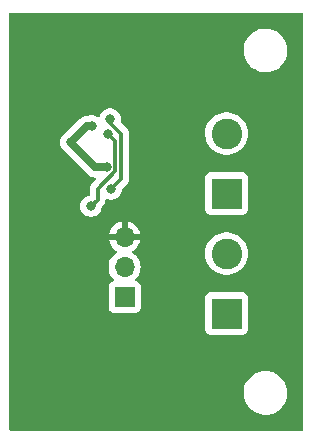
<source format=gbr>
%TF.GenerationSoftware,KiCad,Pcbnew,7.0.7*%
%TF.CreationDate,2023-09-06T14:49:37+02:00*%
%TF.ProjectId,keerlusRelais,6b656572-6c75-4735-9265-6c6169732e6b,rev?*%
%TF.SameCoordinates,Original*%
%TF.FileFunction,Copper,L2,Bot*%
%TF.FilePolarity,Positive*%
%FSLAX46Y46*%
G04 Gerber Fmt 4.6, Leading zero omitted, Abs format (unit mm)*
G04 Created by KiCad (PCBNEW 7.0.7) date 2023-09-06 14:49:37*
%MOMM*%
%LPD*%
G01*
G04 APERTURE LIST*
%TA.AperFunction,ComponentPad*%
%ADD10R,2.600000X2.600000*%
%TD*%
%TA.AperFunction,ComponentPad*%
%ADD11C,2.600000*%
%TD*%
%TA.AperFunction,ComponentPad*%
%ADD12R,1.700000X1.700000*%
%TD*%
%TA.AperFunction,ComponentPad*%
%ADD13O,1.700000X1.700000*%
%TD*%
%TA.AperFunction,ViaPad*%
%ADD14C,0.800000*%
%TD*%
%TA.AperFunction,Conductor*%
%ADD15C,0.300000*%
%TD*%
%TA.AperFunction,Conductor*%
%ADD16C,0.700000*%
%TD*%
G04 APERTURE END LIST*
D10*
%TO.P,J1,1,Pin_1*%
%TO.N,/DCC_A_IN*%
X187706000Y-81280000D03*
D11*
%TO.P,J1,2,Pin_2*%
%TO.N,/DCC_B_IN*%
X187706000Y-76200000D03*
%TD*%
D10*
%TO.P,J2,1,Pin_1*%
%TO.N,/DCC_A_OUT*%
X187706000Y-71120000D03*
D11*
%TO.P,J2,2,Pin_2*%
%TO.N,/DCC_B_OUT*%
X187706000Y-66040000D03*
%TD*%
D12*
%TO.P,J3,1,Pin_1*%
%TO.N,Net-(J3-Pin_1)*%
X179070000Y-79883000D03*
D13*
%TO.P,J3,2,Pin_2*%
%TO.N,+12V*%
X179070000Y-77343000D03*
%TO.P,J3,3,Pin_3*%
%TO.N,GND*%
X179070000Y-74803000D03*
%TD*%
D14*
%TO.N,GND*%
X185801000Y-62357000D03*
X175260000Y-83058000D03*
X171323000Y-81280000D03*
X172212000Y-87757000D03*
X178562000Y-60833000D03*
X171958000Y-84328000D03*
X176276000Y-80645000D03*
X184404000Y-77089000D03*
X190754000Y-83312000D03*
X183769000Y-88138000D03*
X175768000Y-84836000D03*
X175387000Y-61341000D03*
X172085000Y-86487000D03*
X170561000Y-74803000D03*
X173228000Y-56388000D03*
X190627000Y-66802000D03*
X181229000Y-89408000D03*
X177419000Y-87122000D03*
X193294000Y-61468000D03*
X172339000Y-61468000D03*
X170942000Y-86995000D03*
X177546000Y-60325000D03*
X175514000Y-86741000D03*
X183642000Y-82804000D03*
X184912000Y-56388000D03*
X180467000Y-65532000D03*
X181229000Y-75565000D03*
X191262000Y-77089000D03*
X171196000Y-58547000D03*
X179197000Y-83566000D03*
X175387000Y-88519000D03*
X178689000Y-56515000D03*
X188341000Y-89916000D03*
X178943000Y-88265000D03*
X172466000Y-66167000D03*
%TO.N,+12V*%
X177673000Y-66040000D03*
X176219602Y-72192398D03*
%TO.N,/DCC_A_IN*%
X177546000Y-68905500D03*
X176276000Y-65405000D03*
X174525101Y-66774899D03*
%TO.N,Net-(D2-A)*%
X177841523Y-64811523D03*
X177927000Y-70739000D03*
%TD*%
D15*
%TO.N,+12V*%
X178296000Y-69216161D02*
X176784000Y-70728160D01*
X177673000Y-66040000D02*
X178296000Y-66663000D01*
X176784000Y-70728160D02*
X176784000Y-71628000D01*
X176784000Y-71628000D02*
X176219602Y-72192398D01*
X178296000Y-66663000D02*
X178296000Y-69216161D01*
D16*
%TO.N,/DCC_A_IN*%
X174525101Y-66829101D02*
X176601500Y-68905500D01*
X174525101Y-66774899D02*
X174525101Y-66829101D01*
X175895000Y-65405000D02*
X174525101Y-66774899D01*
X176601500Y-68905500D02*
X177546000Y-68905500D01*
X176276000Y-65405000D02*
X175895000Y-65405000D01*
D15*
%TO.N,Net-(D2-A)*%
X177841523Y-64811523D02*
X177841523Y-65147862D01*
X178796000Y-69870000D02*
X177927000Y-70739000D01*
X178796000Y-66102339D02*
X178796000Y-69870000D01*
X177841523Y-65147862D02*
X178796000Y-66102339D01*
%TD*%
%TA.AperFunction,Conductor*%
%TO.N,GND*%
G36*
X194142539Y-55820185D02*
G01*
X194188294Y-55872989D01*
X194199500Y-55924500D01*
X194199500Y-91075500D01*
X194179815Y-91142539D01*
X194127011Y-91188294D01*
X194075500Y-91199500D01*
X169424500Y-91199500D01*
X169357461Y-91179815D01*
X169311706Y-91127011D01*
X169300500Y-91075500D01*
X169300500Y-88067763D01*
X189145787Y-88067763D01*
X189175413Y-88337013D01*
X189175415Y-88337024D01*
X189243926Y-88599082D01*
X189243928Y-88599088D01*
X189349870Y-88848390D01*
X189421998Y-88966575D01*
X189490979Y-89079605D01*
X189490986Y-89079615D01*
X189664253Y-89287819D01*
X189664259Y-89287824D01*
X189865998Y-89468582D01*
X190091910Y-89618044D01*
X190337176Y-89733020D01*
X190337183Y-89733022D01*
X190337185Y-89733023D01*
X190596557Y-89811057D01*
X190596564Y-89811058D01*
X190596569Y-89811060D01*
X190864561Y-89850500D01*
X190864566Y-89850500D01*
X191067636Y-89850500D01*
X191119133Y-89846730D01*
X191270156Y-89835677D01*
X191382758Y-89810593D01*
X191534546Y-89776782D01*
X191534548Y-89776781D01*
X191534553Y-89776780D01*
X191787558Y-89680014D01*
X192023777Y-89547441D01*
X192238177Y-89381888D01*
X192426186Y-89186881D01*
X192583799Y-88966579D01*
X192657787Y-88822669D01*
X192707649Y-88725690D01*
X192707651Y-88725684D01*
X192707656Y-88725675D01*
X192795118Y-88469305D01*
X192844319Y-88202933D01*
X192854212Y-87932235D01*
X192824586Y-87662982D01*
X192756072Y-87400912D01*
X192650130Y-87151610D01*
X192509018Y-86920390D01*
X192419747Y-86813119D01*
X192335746Y-86712180D01*
X192335740Y-86712175D01*
X192134002Y-86531418D01*
X191908092Y-86381957D01*
X191908090Y-86381956D01*
X191662824Y-86266980D01*
X191662819Y-86266978D01*
X191662814Y-86266976D01*
X191403442Y-86188942D01*
X191403428Y-86188939D01*
X191287791Y-86171921D01*
X191135439Y-86149500D01*
X190932369Y-86149500D01*
X190932364Y-86149500D01*
X190729844Y-86164323D01*
X190729831Y-86164325D01*
X190465453Y-86223217D01*
X190465446Y-86223220D01*
X190212439Y-86319987D01*
X189976226Y-86452557D01*
X189761822Y-86618112D01*
X189573822Y-86813109D01*
X189573816Y-86813116D01*
X189416202Y-87033419D01*
X189416199Y-87033424D01*
X189292350Y-87274309D01*
X189292343Y-87274327D01*
X189204884Y-87530685D01*
X189204881Y-87530699D01*
X189155681Y-87797068D01*
X189155680Y-87797075D01*
X189145787Y-88067763D01*
X169300500Y-88067763D01*
X169300500Y-82628654D01*
X185897500Y-82628654D01*
X185904011Y-82689202D01*
X185904011Y-82689204D01*
X185955110Y-82826203D01*
X185955111Y-82826204D01*
X186042739Y-82943261D01*
X186159796Y-83030889D01*
X186296799Y-83081989D01*
X186324050Y-83084918D01*
X186357345Y-83088499D01*
X186357362Y-83088500D01*
X189054638Y-83088500D01*
X189054654Y-83088499D01*
X189081692Y-83085591D01*
X189115201Y-83081989D01*
X189252204Y-83030889D01*
X189369261Y-82943261D01*
X189456889Y-82826204D01*
X189507989Y-82689201D01*
X189511591Y-82655692D01*
X189514499Y-82628654D01*
X189514500Y-82628637D01*
X189514500Y-79931362D01*
X189514499Y-79931345D01*
X189511157Y-79900270D01*
X189507989Y-79870799D01*
X189456889Y-79733796D01*
X189369261Y-79616739D01*
X189252204Y-79529111D01*
X189115203Y-79478011D01*
X189054654Y-79471500D01*
X189054638Y-79471500D01*
X186357362Y-79471500D01*
X186357345Y-79471500D01*
X186296797Y-79478011D01*
X186296795Y-79478011D01*
X186159795Y-79529111D01*
X186042739Y-79616739D01*
X185955111Y-79733795D01*
X185904011Y-79870795D01*
X185904011Y-79870797D01*
X185897500Y-79931345D01*
X185897500Y-82628654D01*
X169300500Y-82628654D01*
X169300500Y-77343005D01*
X177706844Y-77343005D01*
X177725434Y-77567359D01*
X177725436Y-77567371D01*
X177780703Y-77785614D01*
X177871140Y-77991792D01*
X177994276Y-78180265D01*
X177994284Y-78180276D01*
X178139489Y-78338008D01*
X178170412Y-78400662D01*
X178162552Y-78470088D01*
X178118405Y-78524244D01*
X178091596Y-78538172D01*
X177973794Y-78582111D01*
X177856739Y-78669739D01*
X177769111Y-78786795D01*
X177718011Y-78923795D01*
X177718011Y-78923797D01*
X177711500Y-78984345D01*
X177711500Y-80781654D01*
X177718011Y-80842202D01*
X177718011Y-80842204D01*
X177769110Y-80979204D01*
X177769111Y-80979204D01*
X177856739Y-81096261D01*
X177973796Y-81183889D01*
X178110799Y-81234989D01*
X178138050Y-81237918D01*
X178171345Y-81241499D01*
X178171362Y-81241500D01*
X179968638Y-81241500D01*
X179968654Y-81241499D01*
X179995692Y-81238591D01*
X180029201Y-81234989D01*
X180166204Y-81183889D01*
X180283261Y-81096261D01*
X180370889Y-80979204D01*
X180421989Y-80842201D01*
X180425591Y-80808692D01*
X180428499Y-80781654D01*
X180428500Y-80781637D01*
X180428500Y-78984362D01*
X180428499Y-78984345D01*
X180425157Y-78953270D01*
X180421989Y-78923799D01*
X180370889Y-78786796D01*
X180283261Y-78669739D01*
X180166204Y-78582111D01*
X180048404Y-78538172D01*
X179992471Y-78496300D01*
X179968055Y-78430835D01*
X179982908Y-78362562D01*
X180000504Y-78338014D01*
X180145722Y-78180268D01*
X180268860Y-77991791D01*
X180359296Y-77785616D01*
X180414564Y-77567368D01*
X180414565Y-77567359D01*
X180433156Y-77343005D01*
X180433156Y-77342994D01*
X180414565Y-77118640D01*
X180414563Y-77118628D01*
X180411876Y-77108018D01*
X180359296Y-76900384D01*
X180268860Y-76694209D01*
X180145722Y-76505732D01*
X180145719Y-76505729D01*
X180145715Y-76505723D01*
X179993243Y-76340097D01*
X179993238Y-76340092D01*
X179815577Y-76201812D01*
X179815577Y-76201811D01*
X179812238Y-76200004D01*
X185892429Y-76200004D01*
X185912683Y-76470289D01*
X185912684Y-76470294D01*
X185972997Y-76734545D01*
X185972999Y-76734554D01*
X185973001Y-76734559D01*
X186072029Y-76986879D01*
X186207557Y-77221621D01*
X186376558Y-77433542D01*
X186575257Y-77617907D01*
X186799215Y-77770599D01*
X187043428Y-77888206D01*
X187302442Y-77968101D01*
X187302443Y-77968101D01*
X187302446Y-77968102D01*
X187570464Y-78008499D01*
X187570469Y-78008499D01*
X187570472Y-78008500D01*
X187570473Y-78008500D01*
X187841527Y-78008500D01*
X187841528Y-78008500D01*
X187841535Y-78008499D01*
X188109553Y-77968102D01*
X188109554Y-77968101D01*
X188109558Y-77968101D01*
X188368572Y-77888206D01*
X188612786Y-77770599D01*
X188836743Y-77617907D01*
X189035442Y-77433542D01*
X189204443Y-77221621D01*
X189339971Y-76986879D01*
X189438999Y-76734559D01*
X189499315Y-76470299D01*
X189499316Y-76470289D01*
X189519571Y-76200004D01*
X189519571Y-76199995D01*
X189499316Y-75929710D01*
X189499315Y-75929705D01*
X189499315Y-75929701D01*
X189438999Y-75665441D01*
X189339971Y-75413121D01*
X189204443Y-75178379D01*
X189035442Y-74966458D01*
X188836743Y-74782093D01*
X188612786Y-74629401D01*
X188612780Y-74629398D01*
X188612779Y-74629397D01*
X188612778Y-74629396D01*
X188368574Y-74511795D01*
X188368576Y-74511795D01*
X188109559Y-74431899D01*
X188109553Y-74431897D01*
X187841535Y-74391500D01*
X187841528Y-74391500D01*
X187570472Y-74391500D01*
X187570464Y-74391500D01*
X187302446Y-74431897D01*
X187302440Y-74431899D01*
X187043427Y-74511794D01*
X186799219Y-74629398D01*
X186575256Y-74782093D01*
X186376560Y-74966456D01*
X186376558Y-74966458D01*
X186207557Y-75178379D01*
X186072029Y-75413120D01*
X185973003Y-75665435D01*
X185972997Y-75665454D01*
X185912684Y-75929705D01*
X185912683Y-75929710D01*
X185892429Y-76199995D01*
X185892429Y-76200004D01*
X179812238Y-76200004D01*
X179772303Y-76178393D01*
X179722713Y-76129173D01*
X179707605Y-76060957D01*
X179731775Y-75995401D01*
X179760198Y-75967763D01*
X179941079Y-75841108D01*
X180108105Y-75674082D01*
X180243600Y-75480578D01*
X180343429Y-75266492D01*
X180343432Y-75266486D01*
X180400636Y-75053000D01*
X179683347Y-75053000D01*
X179616308Y-75033315D01*
X179570553Y-74980511D01*
X179560609Y-74911353D01*
X179564369Y-74894067D01*
X179570000Y-74874888D01*
X179570000Y-74731111D01*
X179564369Y-74711933D01*
X179564370Y-74642064D01*
X179602145Y-74583286D01*
X179665701Y-74554262D01*
X179683347Y-74553000D01*
X180400636Y-74553000D01*
X180400635Y-74552999D01*
X180343432Y-74339513D01*
X180343429Y-74339507D01*
X180243600Y-74125422D01*
X180243599Y-74125420D01*
X180108113Y-73931926D01*
X180108108Y-73931920D01*
X179941082Y-73764894D01*
X179747578Y-73629399D01*
X179533492Y-73529570D01*
X179533486Y-73529567D01*
X179320000Y-73472364D01*
X179320000Y-74190698D01*
X179300315Y-74257737D01*
X179247511Y-74303492D01*
X179178355Y-74313436D01*
X179105766Y-74303000D01*
X179105763Y-74303000D01*
X179034237Y-74303000D01*
X179034233Y-74303000D01*
X178961645Y-74313436D01*
X178892487Y-74303492D01*
X178839684Y-74257736D01*
X178820000Y-74190698D01*
X178820000Y-73472364D01*
X178819999Y-73472364D01*
X178606513Y-73529567D01*
X178606507Y-73529570D01*
X178392422Y-73629399D01*
X178392420Y-73629400D01*
X178198926Y-73764886D01*
X178198920Y-73764891D01*
X178031891Y-73931920D01*
X178031886Y-73931926D01*
X177896400Y-74125420D01*
X177896399Y-74125422D01*
X177796570Y-74339507D01*
X177796567Y-74339513D01*
X177739364Y-74552999D01*
X177739364Y-74553000D01*
X178456653Y-74553000D01*
X178523692Y-74572685D01*
X178569447Y-74625489D01*
X178579391Y-74694647D01*
X178575631Y-74711933D01*
X178570000Y-74731111D01*
X178570000Y-74874888D01*
X178575631Y-74894067D01*
X178575630Y-74963936D01*
X178537855Y-75022714D01*
X178474299Y-75051738D01*
X178456653Y-75053000D01*
X177739364Y-75053000D01*
X177796567Y-75266486D01*
X177796570Y-75266492D01*
X177896399Y-75480578D01*
X178031894Y-75674082D01*
X178198917Y-75841105D01*
X178379802Y-75967763D01*
X178423427Y-76022340D01*
X178430619Y-76091839D01*
X178399097Y-76154193D01*
X178367697Y-76178392D01*
X178324427Y-76201809D01*
X178324422Y-76201812D01*
X178146761Y-76340092D01*
X178146756Y-76340097D01*
X177994284Y-76505723D01*
X177994276Y-76505734D01*
X177871140Y-76694207D01*
X177780703Y-76900385D01*
X177725436Y-77118628D01*
X177725434Y-77118640D01*
X177706844Y-77342994D01*
X177706844Y-77343005D01*
X169300500Y-77343005D01*
X169300500Y-66774899D01*
X173611597Y-66774899D01*
X173631559Y-66964827D01*
X173631560Y-66964830D01*
X173690571Y-67146448D01*
X173690574Y-67146455D01*
X173786061Y-67311843D01*
X173913848Y-67453765D01*
X173985728Y-67505989D01*
X174000523Y-67518626D01*
X175967988Y-69486090D01*
X175971394Y-69489783D01*
X176007629Y-69532442D01*
X176007630Y-69532443D01*
X176072710Y-69581915D01*
X176136412Y-69633121D01*
X176136691Y-69633300D01*
X176156061Y-69645313D01*
X176156287Y-69645449D01*
X176230463Y-69679767D01*
X176303704Y-69716091D01*
X176304033Y-69716212D01*
X176325475Y-69723760D01*
X176325760Y-69723855D01*
X176325763Y-69723857D01*
X176405574Y-69741425D01*
X176484919Y-69761157D01*
X176484922Y-69761157D01*
X176485288Y-69761207D01*
X176507812Y-69763965D01*
X176508132Y-69763999D01*
X176508133Y-69764000D01*
X176517538Y-69764000D01*
X176584577Y-69783685D01*
X176630332Y-69836489D01*
X176640276Y-69905647D01*
X176611251Y-69969203D01*
X176605238Y-69975660D01*
X176423446Y-70157453D01*
X176379453Y-70201446D01*
X176366785Y-70211595D01*
X176366931Y-70211771D01*
X176360920Y-70216743D01*
X176311054Y-70269845D01*
X176289073Y-70291826D01*
X176289070Y-70291830D01*
X176284506Y-70297714D01*
X176280714Y-70302153D01*
X176247027Y-70338028D01*
X176236621Y-70356956D01*
X176225941Y-70373214D01*
X176212698Y-70390286D01*
X176212692Y-70390297D01*
X176193147Y-70435461D01*
X176190578Y-70440707D01*
X176166876Y-70483822D01*
X176166875Y-70483823D01*
X176161504Y-70504743D01*
X176155204Y-70523144D01*
X176146619Y-70542982D01*
X176138921Y-70591588D01*
X176137736Y-70597309D01*
X176125500Y-70644967D01*
X176125500Y-70666572D01*
X176123974Y-70685967D01*
X176120594Y-70707310D01*
X176125225Y-70756302D01*
X176125500Y-70762140D01*
X176125500Y-71183190D01*
X176105815Y-71250229D01*
X176053011Y-71295984D01*
X176027282Y-71304480D01*
X175937315Y-71323603D01*
X175762848Y-71401281D01*
X175608347Y-71513533D01*
X175480561Y-71655455D01*
X175385075Y-71820841D01*
X175385072Y-71820848D01*
X175326061Y-72002466D01*
X175326060Y-72002470D01*
X175306098Y-72192398D01*
X175326060Y-72382326D01*
X175326061Y-72382329D01*
X175385072Y-72563947D01*
X175385075Y-72563954D01*
X175480562Y-72729342D01*
X175608349Y-72871264D01*
X175762850Y-72983516D01*
X175937314Y-73061192D01*
X176124115Y-73100898D01*
X176315089Y-73100898D01*
X176501890Y-73061192D01*
X176676354Y-72983516D01*
X176830855Y-72871264D01*
X176958642Y-72729342D01*
X177054129Y-72563954D01*
X177085094Y-72468654D01*
X185897500Y-72468654D01*
X185904011Y-72529202D01*
X185904011Y-72529204D01*
X185955110Y-72666203D01*
X185955111Y-72666204D01*
X186042739Y-72783261D01*
X186159796Y-72870889D01*
X186296799Y-72921989D01*
X186324050Y-72924918D01*
X186357345Y-72928499D01*
X186357362Y-72928500D01*
X189054638Y-72928500D01*
X189054654Y-72928499D01*
X189081692Y-72925591D01*
X189115201Y-72921989D01*
X189252204Y-72870889D01*
X189369261Y-72783261D01*
X189456889Y-72666204D01*
X189507989Y-72529201D01*
X189511591Y-72495692D01*
X189514499Y-72468654D01*
X189514500Y-72468637D01*
X189514500Y-69771362D01*
X189514499Y-69771345D01*
X189511157Y-69740270D01*
X189507989Y-69710799D01*
X189456889Y-69573796D01*
X189369261Y-69456739D01*
X189252204Y-69369111D01*
X189115203Y-69318011D01*
X189054654Y-69311500D01*
X189054638Y-69311500D01*
X186357362Y-69311500D01*
X186357345Y-69311500D01*
X186296797Y-69318011D01*
X186296795Y-69318011D01*
X186159795Y-69369111D01*
X186042739Y-69456739D01*
X185955111Y-69573795D01*
X185904011Y-69710795D01*
X185904011Y-69710797D01*
X185897500Y-69771345D01*
X185897500Y-72468654D01*
X177085094Y-72468654D01*
X177113144Y-72382326D01*
X177126430Y-72255906D01*
X177153014Y-72191293D01*
X177162061Y-72181196D01*
X177188541Y-72154716D01*
X177201215Y-72144564D01*
X177201069Y-72144388D01*
X177207074Y-72139419D01*
X177207080Y-72139416D01*
X177256960Y-72086298D01*
X177278926Y-72064333D01*
X177283488Y-72058451D01*
X177287280Y-72054010D01*
X177320972Y-72018133D01*
X177331375Y-71999208D01*
X177342061Y-71982940D01*
X177355304Y-71965869D01*
X177374850Y-71920699D01*
X177377410Y-71915470D01*
X177401124Y-71872337D01*
X177406496Y-71851409D01*
X177412796Y-71833009D01*
X177421379Y-71813177D01*
X177429077Y-71764571D01*
X177430257Y-71758865D01*
X177442500Y-71711188D01*
X177442500Y-71708706D01*
X177443049Y-71706833D01*
X177443478Y-71703445D01*
X177444024Y-71703514D01*
X177462185Y-71641667D01*
X177514989Y-71595912D01*
X177584147Y-71585968D01*
X177616931Y-71595425D01*
X177644712Y-71607794D01*
X177831513Y-71647500D01*
X178022487Y-71647500D01*
X178209288Y-71607794D01*
X178383752Y-71530118D01*
X178538253Y-71417866D01*
X178666040Y-71275944D01*
X178761527Y-71110556D01*
X178820542Y-70928928D01*
X178833828Y-70802509D01*
X178860412Y-70737896D01*
X178869459Y-70727799D01*
X179200543Y-70396715D01*
X179213214Y-70386566D01*
X179213068Y-70386389D01*
X179219074Y-70381419D01*
X179219080Y-70381416D01*
X179268945Y-70328314D01*
X179290927Y-70306333D01*
X179295495Y-70300442D01*
X179299282Y-70296008D01*
X179332972Y-70260133D01*
X179343380Y-70241200D01*
X179354059Y-70224942D01*
X179367304Y-70207868D01*
X179386852Y-70162691D01*
X179389409Y-70157472D01*
X179413124Y-70114337D01*
X179418495Y-70093413D01*
X179424796Y-70075009D01*
X179433380Y-70055176D01*
X179438733Y-70021372D01*
X179441078Y-70006569D01*
X179442263Y-70000844D01*
X179448724Y-69975682D01*
X179454500Y-69953188D01*
X179454500Y-69931580D01*
X179456027Y-69912180D01*
X179459406Y-69890848D01*
X179454775Y-69841854D01*
X179454500Y-69836017D01*
X179454500Y-66188726D01*
X179456282Y-66172588D01*
X179456054Y-66172567D01*
X179456788Y-66164804D01*
X179454500Y-66091996D01*
X179454500Y-66060913D01*
X179454500Y-66060907D01*
X179453566Y-66053514D01*
X179453107Y-66047686D01*
X179452866Y-66040004D01*
X185892429Y-66040004D01*
X185912683Y-66310289D01*
X185912684Y-66310294D01*
X185912684Y-66310298D01*
X185912685Y-66310299D01*
X185921689Y-66349751D01*
X185972997Y-66574545D01*
X185972999Y-66574554D01*
X185973001Y-66574559D01*
X186072029Y-66826879D01*
X186207557Y-67061621D01*
X186376558Y-67273542D01*
X186575257Y-67457907D01*
X186799215Y-67610599D01*
X187043428Y-67728206D01*
X187302442Y-67808101D01*
X187302443Y-67808101D01*
X187302446Y-67808102D01*
X187570464Y-67848499D01*
X187570469Y-67848499D01*
X187570472Y-67848500D01*
X187570473Y-67848500D01*
X187841527Y-67848500D01*
X187841528Y-67848500D01*
X187841535Y-67848499D01*
X188109553Y-67808102D01*
X188109554Y-67808101D01*
X188109558Y-67808101D01*
X188368572Y-67728206D01*
X188612786Y-67610599D01*
X188836743Y-67457907D01*
X189035442Y-67273542D01*
X189204443Y-67061621D01*
X189339971Y-66826879D01*
X189438999Y-66574559D01*
X189499315Y-66310299D01*
X189504715Y-66238238D01*
X189519571Y-66040004D01*
X189519571Y-66039995D01*
X189499316Y-65769710D01*
X189499315Y-65769705D01*
X189499315Y-65769701D01*
X189438999Y-65505441D01*
X189339971Y-65253121D01*
X189204443Y-65018379D01*
X189035442Y-64806458D01*
X188836743Y-64622093D01*
X188612786Y-64469401D01*
X188612780Y-64469398D01*
X188612779Y-64469397D01*
X188612778Y-64469396D01*
X188368574Y-64351795D01*
X188368576Y-64351795D01*
X188109559Y-64271899D01*
X188109553Y-64271897D01*
X187841535Y-64231500D01*
X187841528Y-64231500D01*
X187570472Y-64231500D01*
X187570464Y-64231500D01*
X187302446Y-64271897D01*
X187302440Y-64271899D01*
X187043427Y-64351794D01*
X186799219Y-64469398D01*
X186575256Y-64622093D01*
X186376560Y-64806456D01*
X186376558Y-64806458D01*
X186207557Y-65018379D01*
X186072029Y-65253120D01*
X185973003Y-65505435D01*
X185972997Y-65505454D01*
X185912684Y-65769705D01*
X185912683Y-65769710D01*
X185892429Y-66039995D01*
X185892429Y-66040004D01*
X179452866Y-66040004D01*
X179451562Y-65998508D01*
X179445536Y-65977767D01*
X179441590Y-65958716D01*
X179438882Y-65937275D01*
X179420763Y-65891511D01*
X179418876Y-65886004D01*
X179405145Y-65838739D01*
X179394148Y-65820146D01*
X179385591Y-65802679D01*
X179377635Y-65782583D01*
X179348705Y-65742764D01*
X179345495Y-65737878D01*
X179320453Y-65695534D01*
X179320452Y-65695532D01*
X179320450Y-65695530D01*
X179320447Y-65695526D01*
X179305178Y-65680257D01*
X179292541Y-65665461D01*
X179279843Y-65647983D01*
X179279840Y-65647980D01*
X179241914Y-65616606D01*
X179237592Y-65612672D01*
X178762140Y-65137219D01*
X178728655Y-65075896D01*
X178731891Y-65011216D01*
X178735065Y-65001451D01*
X178755027Y-64811523D01*
X178735065Y-64621595D01*
X178676050Y-64439967D01*
X178580563Y-64274579D01*
X178452776Y-64132657D01*
X178298275Y-64020405D01*
X178123811Y-63942729D01*
X178123809Y-63942728D01*
X177937010Y-63903023D01*
X177746036Y-63903023D01*
X177559237Y-63942728D01*
X177384769Y-64020406D01*
X177230268Y-64132658D01*
X177102482Y-64274580D01*
X177006996Y-64439966D01*
X177006994Y-64439970D01*
X176961643Y-64579546D01*
X176922205Y-64637221D01*
X176857846Y-64664419D01*
X176789000Y-64652504D01*
X176770830Y-64641547D01*
X176732752Y-64613882D01*
X176558288Y-64536206D01*
X176558286Y-64536205D01*
X176371487Y-64496500D01*
X176180513Y-64496500D01*
X175993713Y-64536205D01*
X175987532Y-64538214D01*
X175987253Y-64537357D01*
X175944234Y-64546500D01*
X175932413Y-64546500D01*
X175927379Y-64546295D01*
X175871618Y-64541754D01*
X175790620Y-64552790D01*
X175709358Y-64561628D01*
X175709073Y-64561691D01*
X175686830Y-64566904D01*
X175686589Y-64566964D01*
X175609869Y-64595149D01*
X175532395Y-64621253D01*
X175532277Y-64621307D01*
X175511522Y-64631253D01*
X175511307Y-64631360D01*
X175442439Y-64675379D01*
X175372392Y-64717525D01*
X175372251Y-64717633D01*
X175354105Y-64731819D01*
X175353970Y-64731927D01*
X175296146Y-64789750D01*
X175236826Y-64845942D01*
X175236698Y-64846092D01*
X175221902Y-64863993D01*
X174145466Y-65940430D01*
X174108222Y-65966028D01*
X174068348Y-65983781D01*
X173913846Y-66096034D01*
X173786060Y-66237956D01*
X173690574Y-66403342D01*
X173690571Y-66403349D01*
X173634167Y-66576944D01*
X173631559Y-66584971D01*
X173611597Y-66774899D01*
X169300500Y-66774899D01*
X169300500Y-59067763D01*
X189145787Y-59067763D01*
X189175413Y-59337013D01*
X189175415Y-59337024D01*
X189243926Y-59599082D01*
X189243928Y-59599088D01*
X189349870Y-59848390D01*
X189421998Y-59966575D01*
X189490979Y-60079605D01*
X189490986Y-60079615D01*
X189664253Y-60287819D01*
X189664259Y-60287824D01*
X189865998Y-60468582D01*
X190091910Y-60618044D01*
X190337176Y-60733020D01*
X190337183Y-60733022D01*
X190337185Y-60733023D01*
X190596557Y-60811057D01*
X190596564Y-60811058D01*
X190596569Y-60811060D01*
X190864561Y-60850500D01*
X190864566Y-60850500D01*
X191067636Y-60850500D01*
X191119133Y-60846730D01*
X191270156Y-60835677D01*
X191382758Y-60810593D01*
X191534546Y-60776782D01*
X191534548Y-60776781D01*
X191534553Y-60776780D01*
X191787558Y-60680014D01*
X192023777Y-60547441D01*
X192238177Y-60381888D01*
X192426186Y-60186881D01*
X192583799Y-59966579D01*
X192657787Y-59822669D01*
X192707649Y-59725690D01*
X192707651Y-59725684D01*
X192707656Y-59725675D01*
X192795118Y-59469305D01*
X192844319Y-59202933D01*
X192854212Y-58932235D01*
X192824586Y-58662982D01*
X192756072Y-58400912D01*
X192650130Y-58151610D01*
X192509018Y-57920390D01*
X192419747Y-57813119D01*
X192335746Y-57712180D01*
X192335740Y-57712175D01*
X192134002Y-57531418D01*
X191908092Y-57381957D01*
X191908090Y-57381956D01*
X191662824Y-57266980D01*
X191662819Y-57266978D01*
X191662814Y-57266976D01*
X191403442Y-57188942D01*
X191403428Y-57188939D01*
X191287791Y-57171921D01*
X191135439Y-57149500D01*
X190932369Y-57149500D01*
X190932364Y-57149500D01*
X190729844Y-57164323D01*
X190729831Y-57164325D01*
X190465453Y-57223217D01*
X190465446Y-57223220D01*
X190212439Y-57319987D01*
X189976226Y-57452557D01*
X189761822Y-57618112D01*
X189573822Y-57813109D01*
X189573816Y-57813116D01*
X189416202Y-58033419D01*
X189416199Y-58033424D01*
X189292350Y-58274309D01*
X189292343Y-58274327D01*
X189204884Y-58530685D01*
X189204881Y-58530699D01*
X189155681Y-58797068D01*
X189155680Y-58797075D01*
X189145787Y-59067763D01*
X169300500Y-59067763D01*
X169300500Y-55924500D01*
X169320185Y-55857461D01*
X169372989Y-55811706D01*
X169424500Y-55800500D01*
X194075500Y-55800500D01*
X194142539Y-55820185D01*
G37*
%TD.AperFunction*%
%TD*%
M02*

</source>
